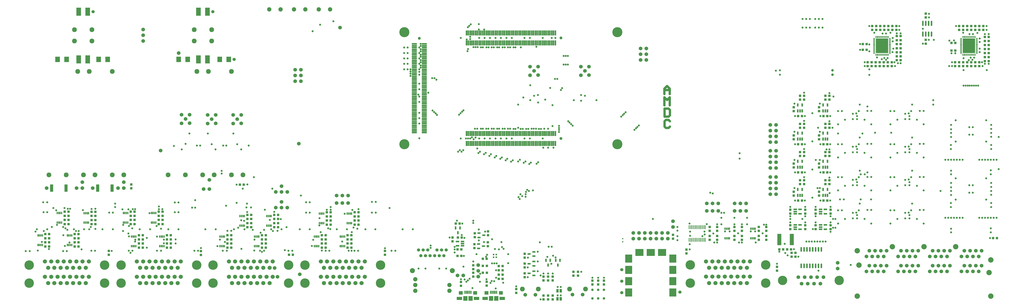
<source format=gts>
G04*
G04 #@! TF.GenerationSoftware,Altium Limited,Altium Designer,18.1.6 (161)*
G04*
G04 Layer_Color=8388736*
%FSLAX25Y25*%
%MOIN*%
G70*
G01*
G75*
%ADD28R,0.03937X0.05906*%
%ADD31R,0.02362X0.01968*%
%ADD36R,0.01200X0.03200*%
%ADD37R,0.03200X0.01200*%
%ADD55C,0.04000*%
%ADD56R,0.04240X0.04240*%
%ADD57R,0.04240X0.04240*%
%ADD58R,0.08000X0.14000*%
%ADD59R,0.08000X0.09500*%
%ADD60R,0.02941X0.05303*%
%ADD61R,0.02153X0.04000*%
%ADD62R,0.21693X0.25787*%
%ADD63R,0.12311X0.14279*%
%ADD64R,0.14279X0.12311*%
%ADD65R,0.08500X0.02500*%
%ADD66R,0.02500X0.08500*%
%ADD67O,0.02862X0.08374*%
%ADD68R,0.02075X0.05815*%
%ADD69R,0.05400X0.13000*%
%ADD70O,0.02862X0.09161*%
%ADD71R,0.06209X0.02665*%
%ADD72R,0.06209X0.02665*%
%ADD73R,0.05618X0.02862*%
%ADD74R,0.06799X0.06012*%
%ADD75R,0.09555X0.05618*%
%ADD76R,0.07587X0.07980*%
%ADD77R,0.02862X0.05618*%
%ADD78R,0.01681X0.06799*%
%ADD79O,0.07390X0.01681*%
%ADD80C,0.07200*%
%ADD81C,0.16500*%
%ADD82C,0.08374*%
%ADD83C,0.07500*%
%ADD84C,0.05500*%
%ADD85C,0.08700*%
%ADD86C,0.06500*%
%ADD87C,0.16248*%
%ADD88C,0.05098*%
%ADD89C,0.03500*%
%ADD90C,0.17500*%
%ADD91C,0.04437*%
%ADD92C,0.09358*%
%ADD93C,0.04500*%
%ADD94C,0.02500*%
%ADD95C,0.03098*%
D28*
X930878Y19390D02*
D03*
Y5610D02*
D03*
X936390Y19390D02*
D03*
Y5610D02*
D03*
X930878D02*
D03*
D31*
X1044000Y104744D02*
D03*
Y110256D02*
D03*
D36*
X1656327Y430103D02*
D03*
X1654358D02*
D03*
X1652390D02*
D03*
X1650421D02*
D03*
X1648453D02*
D03*
X1646484D02*
D03*
X1644516D02*
D03*
X1642547D02*
D03*
X1640579D02*
D03*
X1638610D02*
D03*
X1636642D02*
D03*
X1634673D02*
D03*
Y461203D02*
D03*
X1636642D02*
D03*
X1638610D02*
D03*
X1640579D02*
D03*
X1642547D02*
D03*
X1644516D02*
D03*
X1646484D02*
D03*
X1648453D02*
D03*
X1650421D02*
D03*
X1652390D02*
D03*
X1654358D02*
D03*
X1656327D02*
D03*
X1505327Y430103D02*
D03*
X1503358D02*
D03*
X1501390D02*
D03*
X1499421D02*
D03*
X1497453D02*
D03*
X1495484D02*
D03*
X1493516D02*
D03*
X1491547D02*
D03*
X1489579D02*
D03*
X1487610D02*
D03*
X1485642D02*
D03*
X1483673D02*
D03*
Y461203D02*
D03*
X1485642D02*
D03*
X1487610D02*
D03*
X1489579D02*
D03*
X1491547D02*
D03*
X1493516D02*
D03*
X1495484D02*
D03*
X1497453D02*
D03*
X1499421D02*
D03*
X1501390D02*
D03*
X1503358D02*
D03*
X1505327D02*
D03*
D37*
X1631900Y432858D02*
D03*
Y434827D02*
D03*
Y436795D02*
D03*
Y438764D02*
D03*
Y440732D02*
D03*
Y442701D02*
D03*
Y444669D02*
D03*
Y446638D02*
D03*
Y448606D02*
D03*
Y450575D02*
D03*
Y452543D02*
D03*
Y454512D02*
D03*
Y456480D02*
D03*
Y458449D02*
D03*
X1659100D02*
D03*
Y456480D02*
D03*
Y454512D02*
D03*
Y452543D02*
D03*
Y450575D02*
D03*
Y448606D02*
D03*
Y446638D02*
D03*
Y444669D02*
D03*
Y442701D02*
D03*
Y440732D02*
D03*
Y438764D02*
D03*
Y436795D02*
D03*
Y434827D02*
D03*
Y432858D02*
D03*
X1480900D02*
D03*
Y434827D02*
D03*
Y436795D02*
D03*
Y438764D02*
D03*
Y440732D02*
D03*
Y442701D02*
D03*
Y444669D02*
D03*
Y446638D02*
D03*
Y448606D02*
D03*
Y450575D02*
D03*
Y452543D02*
D03*
Y454512D02*
D03*
Y456480D02*
D03*
Y458449D02*
D03*
X1508100D02*
D03*
Y456480D02*
D03*
Y454512D02*
D03*
Y452543D02*
D03*
Y450575D02*
D03*
Y448606D02*
D03*
Y446638D02*
D03*
Y444669D02*
D03*
Y442701D02*
D03*
Y440732D02*
D03*
Y438764D02*
D03*
Y436795D02*
D03*
Y434827D02*
D03*
Y432858D02*
D03*
D55*
X1116564Y342205D02*
Y356200D01*
X1121229Y351535D01*
X1125894Y356200D01*
Y342205D01*
X1116564Y361871D02*
Y371202D01*
X1121229Y375867D01*
X1125894Y371202D01*
Y361871D01*
Y368869D01*
X1116564D01*
X1116897Y336533D02*
Y322538D01*
X1123895D01*
X1126227Y324870D01*
Y334201D01*
X1123895Y336533D01*
X1116897D01*
X1126227Y314534D02*
X1123895Y316867D01*
X1119230D01*
X1116897Y314534D01*
Y305204D01*
X1119230Y302871D01*
X1123895D01*
X1126227Y305204D01*
D56*
X835347Y55000D02*
D03*
X828654D02*
D03*
X835347Y62500D02*
D03*
X828654D02*
D03*
Y47500D02*
D03*
X835347D02*
D03*
X801153Y75000D02*
D03*
X807847D02*
D03*
X835347Y40000D02*
D03*
X828654D02*
D03*
X757654Y112000D02*
D03*
X764347D02*
D03*
X754153Y136500D02*
D03*
X760847D02*
D03*
X385846Y204000D02*
D03*
X379153D02*
D03*
X464500Y82000D02*
D03*
X471193D02*
D03*
X1687500Y111241D02*
D03*
X1694193D02*
D03*
X801280Y50657D02*
D03*
X807973D02*
D03*
X801280Y62657D02*
D03*
X807973D02*
D03*
X757154Y80000D02*
D03*
X763846D02*
D03*
Y91500D02*
D03*
X757154D02*
D03*
X1348654Y323500D02*
D03*
X1355346D02*
D03*
X1348654Y274500D02*
D03*
X1355346D02*
D03*
X1348654Y225500D02*
D03*
X1355346D02*
D03*
X1348654Y176500D02*
D03*
X1355346D02*
D03*
X1392653Y323500D02*
D03*
X1399347D02*
D03*
X1392653Y274500D02*
D03*
X1399347D02*
D03*
X1392653Y225500D02*
D03*
X1399347D02*
D03*
X1392653Y176500D02*
D03*
X1399347D02*
D03*
X536665Y141623D02*
D03*
X529972D02*
D03*
X398748Y137167D02*
D03*
X392055D02*
D03*
X196235Y142667D02*
D03*
X189542D02*
D03*
X81346D02*
D03*
X74654D02*
D03*
X528014Y101667D02*
D03*
X521321D02*
D03*
X364054D02*
D03*
X357361D02*
D03*
X210347D02*
D03*
X203654D02*
D03*
X47846Y103667D02*
D03*
X41153D02*
D03*
X585100Y141623D02*
D03*
X578407D02*
D03*
X445400Y137167D02*
D03*
X438707D02*
D03*
X244847Y142667D02*
D03*
X238154D02*
D03*
X128024Y142456D02*
D03*
X121331D02*
D03*
X572847Y101667D02*
D03*
X566153D02*
D03*
X424061D02*
D03*
X417369D02*
D03*
X259270D02*
D03*
X252577D02*
D03*
X98847Y103667D02*
D03*
X92154D02*
D03*
X536665Y155956D02*
D03*
X529972D02*
D03*
X398748Y151500D02*
D03*
X392055D02*
D03*
X196235Y157000D02*
D03*
X189542D02*
D03*
X81346D02*
D03*
X74654D02*
D03*
X528014Y116000D02*
D03*
X521321D02*
D03*
X364054D02*
D03*
X357361D02*
D03*
X210347D02*
D03*
X203654D02*
D03*
X47846Y118000D02*
D03*
X41153D02*
D03*
X585100Y155956D02*
D03*
X578407D02*
D03*
X445400Y151500D02*
D03*
X438707D02*
D03*
X244847Y157000D02*
D03*
X238154D02*
D03*
X128024Y156789D02*
D03*
X121331D02*
D03*
X572847Y116000D02*
D03*
X566153D02*
D03*
X424061D02*
D03*
X417369D02*
D03*
X259270D02*
D03*
X252577D02*
D03*
X98847Y118000D02*
D03*
X92154D02*
D03*
X536665Y134456D02*
D03*
X529972D02*
D03*
X398748Y130000D02*
D03*
X392055D02*
D03*
X196235Y135500D02*
D03*
X189542D02*
D03*
X81346D02*
D03*
X74654D02*
D03*
X528014Y94500D02*
D03*
X521321D02*
D03*
X364054D02*
D03*
X357361D02*
D03*
X210347D02*
D03*
X203654D02*
D03*
X47846Y96500D02*
D03*
X41153D02*
D03*
X585100Y134456D02*
D03*
X578407D02*
D03*
X445400Y130000D02*
D03*
X438707D02*
D03*
X244847Y135500D02*
D03*
X238154D02*
D03*
X128024Y135289D02*
D03*
X121331D02*
D03*
X572847Y94500D02*
D03*
X566153D02*
D03*
X424061D02*
D03*
X417369D02*
D03*
X259270D02*
D03*
X252577D02*
D03*
X98847Y96500D02*
D03*
X92154D02*
D03*
X536665Y148789D02*
D03*
X529972D02*
D03*
X398748Y144333D02*
D03*
X392055D02*
D03*
X196235Y149833D02*
D03*
X189542D02*
D03*
X81346D02*
D03*
X74654D02*
D03*
X528014Y108833D02*
D03*
X521321D02*
D03*
X364054D02*
D03*
X357361D02*
D03*
X210347D02*
D03*
X203654D02*
D03*
X47846Y110833D02*
D03*
X41153D02*
D03*
X585100Y148789D02*
D03*
X578407D02*
D03*
X445400Y144333D02*
D03*
X438707D02*
D03*
X244847Y149833D02*
D03*
X238154D02*
D03*
X128024Y149623D02*
D03*
X121331D02*
D03*
X572847Y108833D02*
D03*
X566153D02*
D03*
X424061D02*
D03*
X417369D02*
D03*
X259270D02*
D03*
X252577D02*
D03*
X98847Y110833D02*
D03*
X92154D02*
D03*
X1316075Y91524D02*
D03*
X1322768D02*
D03*
X1336347D02*
D03*
X1329653D02*
D03*
X1679847Y440204D02*
D03*
X1673153D02*
D03*
X1679847Y419204D02*
D03*
X1673153D02*
D03*
X1679847Y426203D02*
D03*
X1673153D02*
D03*
X1679847Y447203D02*
D03*
X1673153D02*
D03*
X1615154Y437580D02*
D03*
X1621847D02*
D03*
X1679847Y454204D02*
D03*
X1673153D02*
D03*
X1679847Y461203D02*
D03*
X1673153D02*
D03*
X1679847Y433204D02*
D03*
X1673153D02*
D03*
X1615154Y450654D02*
D03*
X1621847D02*
D03*
X1526847Y441500D02*
D03*
X1520154D02*
D03*
X1526847Y448654D02*
D03*
X1520154D02*
D03*
X1526847Y434500D02*
D03*
X1520154D02*
D03*
X1461154Y438654D02*
D03*
X1467846D02*
D03*
X1526847Y455500D02*
D03*
X1520154D02*
D03*
X1526847Y420653D02*
D03*
X1520154D02*
D03*
X1461154Y448654D02*
D03*
X1467846D02*
D03*
X1526847Y462653D02*
D03*
X1520154D02*
D03*
X1526847Y427579D02*
D03*
X1520154D02*
D03*
D57*
X906500Y4413D02*
D03*
Y11106D02*
D03*
X914500Y4413D02*
D03*
Y11106D02*
D03*
X922500Y4413D02*
D03*
Y11106D02*
D03*
X807626Y28311D02*
D03*
Y35004D02*
D03*
X809875Y97154D02*
D03*
Y103847D02*
D03*
X786500Y93654D02*
D03*
Y100347D02*
D03*
X810000Y116154D02*
D03*
Y122846D02*
D03*
X787000Y112654D02*
D03*
Y119346D02*
D03*
X763000Y27957D02*
D03*
Y34650D02*
D03*
X784500Y50846D02*
D03*
Y44153D02*
D03*
Y57153D02*
D03*
Y63846D02*
D03*
X1352000Y358846D02*
D03*
Y352153D02*
D03*
Y309846D02*
D03*
Y303153D02*
D03*
Y260846D02*
D03*
Y254153D02*
D03*
Y211846D02*
D03*
Y205153D02*
D03*
X1359000Y352153D02*
D03*
Y358846D02*
D03*
Y303153D02*
D03*
Y309846D02*
D03*
Y254153D02*
D03*
Y260846D02*
D03*
Y205153D02*
D03*
Y211846D02*
D03*
X1403000Y358846D02*
D03*
Y352153D02*
D03*
Y309846D02*
D03*
Y303153D02*
D03*
Y260846D02*
D03*
Y254153D02*
D03*
Y211846D02*
D03*
Y205153D02*
D03*
X1396000Y352153D02*
D03*
Y358846D02*
D03*
Y303153D02*
D03*
Y309846D02*
D03*
Y254153D02*
D03*
Y260846D02*
D03*
Y205153D02*
D03*
Y211846D02*
D03*
X190571Y204346D02*
D03*
Y197653D02*
D03*
X1131500Y116772D02*
D03*
Y110079D02*
D03*
X631000Y88928D02*
D03*
Y82235D02*
D03*
X311503Y88346D02*
D03*
Y81653D02*
D03*
X151476Y88859D02*
D03*
Y82166D02*
D03*
X1154737Y84592D02*
D03*
Y91285D02*
D03*
X748370Y112024D02*
D03*
Y105331D02*
D03*
X1312087Y54559D02*
D03*
Y61252D02*
D03*
X991500Y37106D02*
D03*
Y30413D02*
D03*
X1001500Y37106D02*
D03*
Y30413D02*
D03*
X1011500Y37106D02*
D03*
Y30413D02*
D03*
X958500Y52606D02*
D03*
Y45913D02*
D03*
X873634Y49847D02*
D03*
Y43154D02*
D03*
Y66847D02*
D03*
Y60154D02*
D03*
Y83846D02*
D03*
Y77153D02*
D03*
X906500Y37413D02*
D03*
Y44106D02*
D03*
X914500Y37413D02*
D03*
Y44106D02*
D03*
X922500Y37413D02*
D03*
Y44106D02*
D03*
X1570500Y449500D02*
D03*
Y456193D02*
D03*
Y501847D02*
D03*
Y495154D02*
D03*
X1341000Y332154D02*
D03*
Y338846D02*
D03*
Y283154D02*
D03*
Y289846D02*
D03*
Y234154D02*
D03*
Y240846D02*
D03*
Y185153D02*
D03*
Y191847D02*
D03*
X1385000Y338846D02*
D03*
Y332154D02*
D03*
Y289846D02*
D03*
Y283154D02*
D03*
Y240846D02*
D03*
Y234154D02*
D03*
Y191847D02*
D03*
Y185153D02*
D03*
X1405000Y153894D02*
D03*
Y160587D02*
D03*
X1361000Y153894D02*
D03*
Y160587D02*
D03*
X1405000Y126894D02*
D03*
Y133587D02*
D03*
X1361000Y126894D02*
D03*
Y133587D02*
D03*
X1379000Y153894D02*
D03*
Y160587D02*
D03*
X1335000Y153894D02*
D03*
Y160587D02*
D03*
X1379000Y126894D02*
D03*
Y133587D02*
D03*
X1335000Y126894D02*
D03*
Y133587D02*
D03*
X1293500Y123653D02*
D03*
Y130347D02*
D03*
Y114847D02*
D03*
Y108153D02*
D03*
X1280500Y123653D02*
D03*
Y130347D02*
D03*
X1280559Y114847D02*
D03*
Y108153D02*
D03*
X1238000Y123653D02*
D03*
Y130347D02*
D03*
Y114847D02*
D03*
Y108153D02*
D03*
X1251000Y123653D02*
D03*
Y130347D02*
D03*
Y114847D02*
D03*
Y108153D02*
D03*
X1195000Y123653D02*
D03*
Y130347D02*
D03*
X1208000Y114847D02*
D03*
Y108153D02*
D03*
Y123653D02*
D03*
Y130347D02*
D03*
X1195000Y114847D02*
D03*
Y108153D02*
D03*
X1337500Y78820D02*
D03*
Y85512D02*
D03*
X1344000Y78820D02*
D03*
Y85512D02*
D03*
X966500Y45913D02*
D03*
Y52606D02*
D03*
X859000Y15653D02*
D03*
Y22346D02*
D03*
X1656500Y410307D02*
D03*
Y417000D02*
D03*
X1663500Y410307D02*
D03*
Y417000D02*
D03*
X1642500Y410307D02*
D03*
Y417000D02*
D03*
X1649500Y410307D02*
D03*
Y417000D02*
D03*
X1628500Y480000D02*
D03*
Y473307D02*
D03*
Y410307D02*
D03*
Y417000D02*
D03*
X1621500Y410307D02*
D03*
Y417000D02*
D03*
X1635500Y480000D02*
D03*
Y473307D02*
D03*
X1642500Y480000D02*
D03*
Y473307D02*
D03*
X1635500Y410307D02*
D03*
Y417000D02*
D03*
X1663500Y480000D02*
D03*
Y473307D02*
D03*
X1670500Y480000D02*
D03*
Y473307D02*
D03*
X1656500Y480000D02*
D03*
Y473307D02*
D03*
X1649500Y480000D02*
D03*
Y473307D02*
D03*
X1477500Y480000D02*
D03*
Y473307D02*
D03*
X1483500Y410307D02*
D03*
Y417000D02*
D03*
X1504500Y410307D02*
D03*
Y417000D02*
D03*
X1511500Y410307D02*
D03*
Y417000D02*
D03*
X1490500Y410307D02*
D03*
Y417000D02*
D03*
X1497500Y410307D02*
D03*
Y417000D02*
D03*
X1469500Y410307D02*
D03*
Y417000D02*
D03*
X1476500Y410307D02*
D03*
Y417000D02*
D03*
X1498500Y480000D02*
D03*
Y473307D02*
D03*
X1505500Y480000D02*
D03*
Y473307D02*
D03*
X1519500Y480000D02*
D03*
Y473307D02*
D03*
X1512500Y480000D02*
D03*
Y473307D02*
D03*
X1484500Y480000D02*
D03*
Y473307D02*
D03*
X1491500Y480000D02*
D03*
Y473307D02*
D03*
D58*
X322665Y421999D02*
D03*
X307169D02*
D03*
X322665Y504999D02*
D03*
X307169D02*
D03*
X114665Y421999D02*
D03*
X99169D02*
D03*
X114665Y504999D02*
D03*
X99169D02*
D03*
D59*
X288319Y421999D02*
D03*
X272823D02*
D03*
X344169D02*
D03*
X359665D02*
D03*
X78067D02*
D03*
X62571D02*
D03*
X133823D02*
D03*
X149319D02*
D03*
D60*
X1355740Y332343D02*
D03*
X1352000D02*
D03*
X1348260D02*
D03*
Y342657D02*
D03*
X1355740D02*
D03*
X1355740Y283343D02*
D03*
X1352000D02*
D03*
X1348260D02*
D03*
Y293657D02*
D03*
X1355740D02*
D03*
X1355740Y234343D02*
D03*
X1352000D02*
D03*
X1348260D02*
D03*
Y244657D02*
D03*
X1355740D02*
D03*
X1355740Y185343D02*
D03*
X1352000D02*
D03*
X1348260D02*
D03*
Y195658D02*
D03*
X1355740D02*
D03*
X1399740Y332343D02*
D03*
X1396000D02*
D03*
X1392260D02*
D03*
Y342657D02*
D03*
X1399740D02*
D03*
X1399740Y283343D02*
D03*
X1396000D02*
D03*
X1392260D02*
D03*
Y293657D02*
D03*
X1399740D02*
D03*
X1399740Y234343D02*
D03*
X1396000D02*
D03*
X1392260D02*
D03*
Y244657D02*
D03*
X1399740D02*
D03*
X1399740Y185343D02*
D03*
X1396000D02*
D03*
X1392260D02*
D03*
Y195658D02*
D03*
X1399740D02*
D03*
D61*
X524818Y153743D02*
D03*
Y137167D02*
D03*
X522259D02*
D03*
X519700D02*
D03*
X517141D02*
D03*
X522259Y153743D02*
D03*
X519700D02*
D03*
X517141D02*
D03*
X386902Y149287D02*
D03*
Y132711D02*
D03*
X384343D02*
D03*
X381783D02*
D03*
X379224D02*
D03*
X384343Y149287D02*
D03*
X381783D02*
D03*
X379224D02*
D03*
X184388Y154787D02*
D03*
Y138211D02*
D03*
X181829D02*
D03*
X179270D02*
D03*
X176711D02*
D03*
X181829Y154787D02*
D03*
X179270D02*
D03*
X176711D02*
D03*
X69500D02*
D03*
Y138211D02*
D03*
X66941D02*
D03*
X64382D02*
D03*
X61823D02*
D03*
X66941Y154787D02*
D03*
X64382D02*
D03*
X61823D02*
D03*
X516168Y113787D02*
D03*
Y97211D02*
D03*
X513609D02*
D03*
X511050D02*
D03*
X508491D02*
D03*
X513609Y113787D02*
D03*
X511050D02*
D03*
X508491D02*
D03*
X352207D02*
D03*
Y97211D02*
D03*
X349648D02*
D03*
X347089D02*
D03*
X344530D02*
D03*
X349648Y113787D02*
D03*
X347089D02*
D03*
X344530D02*
D03*
X198500D02*
D03*
Y97211D02*
D03*
X195941D02*
D03*
X193382D02*
D03*
X190823D02*
D03*
X195941Y113787D02*
D03*
X193382D02*
D03*
X190823D02*
D03*
X36000Y115787D02*
D03*
Y99211D02*
D03*
X33441D02*
D03*
X30882D02*
D03*
X28323D02*
D03*
X33441Y115787D02*
D03*
X30882D02*
D03*
X28323D02*
D03*
X573253Y153743D02*
D03*
Y137167D02*
D03*
X570694D02*
D03*
X568135D02*
D03*
X565576D02*
D03*
X570694Y153743D02*
D03*
X568135D02*
D03*
X565576D02*
D03*
X433554Y149287D02*
D03*
Y132711D02*
D03*
X430995D02*
D03*
X428435D02*
D03*
X425876D02*
D03*
X430995Y149287D02*
D03*
X428435D02*
D03*
X425876D02*
D03*
X233000Y154787D02*
D03*
Y138211D02*
D03*
X230441D02*
D03*
X227882D02*
D03*
X225323D02*
D03*
X230441Y154787D02*
D03*
X227882D02*
D03*
X225323D02*
D03*
X116177Y154577D02*
D03*
Y138000D02*
D03*
X113618D02*
D03*
X111059D02*
D03*
X108500D02*
D03*
X113618Y154577D02*
D03*
X111059D02*
D03*
X108500D02*
D03*
X561000Y113787D02*
D03*
Y97211D02*
D03*
X558441D02*
D03*
X555882D02*
D03*
X553323D02*
D03*
X558441Y113787D02*
D03*
X555882D02*
D03*
X553323D02*
D03*
X412215D02*
D03*
Y97211D02*
D03*
X409656D02*
D03*
X407097D02*
D03*
X404538D02*
D03*
X409656Y113787D02*
D03*
X407097D02*
D03*
X404538D02*
D03*
X247424D02*
D03*
Y97211D02*
D03*
X244865D02*
D03*
X242305D02*
D03*
X239746D02*
D03*
X244865Y113787D02*
D03*
X242305D02*
D03*
X239746D02*
D03*
X87000Y115787D02*
D03*
Y99211D02*
D03*
X84441D02*
D03*
X81882D02*
D03*
X79323D02*
D03*
X84441Y115787D02*
D03*
X81882D02*
D03*
X79323D02*
D03*
X1274177Y127288D02*
D03*
Y110712D02*
D03*
X1271618D02*
D03*
X1269059D02*
D03*
X1266500D02*
D03*
X1271618Y127288D02*
D03*
X1269059D02*
D03*
X1266500D02*
D03*
X1229598D02*
D03*
Y110712D02*
D03*
X1227039D02*
D03*
X1224480D02*
D03*
X1221921D02*
D03*
X1227039Y127288D02*
D03*
X1224480D02*
D03*
X1221921D02*
D03*
D62*
X1645500Y445653D02*
D03*
X1494500D02*
D03*
D63*
X1131272Y36000D02*
D03*
Y55685D02*
D03*
Y16315D02*
D03*
Y75370D02*
D03*
X1054500D02*
D03*
Y16315D02*
D03*
Y55685D02*
D03*
Y36000D02*
D03*
D64*
X1092886Y86197D02*
D03*
X1073201D02*
D03*
X1112571D02*
D03*
D65*
X699492Y310371D02*
D03*
Y304072D02*
D03*
Y294623D02*
D03*
X682169Y310371D02*
D03*
Y304072D02*
D03*
Y294623D02*
D03*
X699492Y345017D02*
D03*
Y335568D02*
D03*
Y319820D02*
D03*
X682169Y345017D02*
D03*
Y335568D02*
D03*
Y319820D02*
D03*
X699492Y367064D02*
D03*
Y360765D02*
D03*
Y351316D02*
D03*
X682169Y376513D02*
D03*
Y367064D02*
D03*
Y360765D02*
D03*
Y351316D02*
D03*
X699492Y408009D02*
D03*
Y398560D02*
D03*
Y392261D02*
D03*
Y382812D02*
D03*
X682169Y408009D02*
D03*
Y398560D02*
D03*
Y392261D02*
D03*
Y382812D02*
D03*
X699492Y439505D02*
D03*
Y423757D02*
D03*
Y414308D02*
D03*
X682169Y439505D02*
D03*
Y423757D02*
D03*
Y414308D02*
D03*
X699492Y448954D02*
D03*
X682169Y448954D02*
D03*
X699492Y300922D02*
D03*
Y297773D02*
D03*
X682169Y300922D02*
D03*
Y297773D02*
D03*
X699492Y307222D02*
D03*
X682169Y307222D02*
D03*
X699492Y316670D02*
D03*
Y313521D02*
D03*
X682169Y316670D02*
D03*
Y313521D02*
D03*
X699492Y326119D02*
D03*
Y322970D02*
D03*
X682169Y326119D02*
D03*
Y322970D02*
D03*
X699492Y332418D02*
D03*
Y329269D02*
D03*
X682169Y332418D02*
D03*
Y329269D02*
D03*
X699492Y341867D02*
D03*
Y338718D02*
D03*
X682169Y341867D02*
D03*
Y338718D02*
D03*
X699492Y348166D02*
D03*
X682169Y348166D02*
D03*
X699492Y357615D02*
D03*
Y354466D02*
D03*
X682169Y357615D02*
D03*
Y354466D02*
D03*
X699492Y363914D02*
D03*
X682169Y363915D02*
D03*
X699492Y370214D02*
D03*
X682169Y373363D02*
D03*
Y370214D02*
D03*
X699492Y379662D02*
D03*
X682169Y379663D02*
D03*
X699492Y389111D02*
D03*
Y385962D02*
D03*
X682169Y389111D02*
D03*
Y385962D02*
D03*
X699492Y395410D02*
D03*
X682169Y395411D02*
D03*
X699492Y404859D02*
D03*
Y401710D02*
D03*
X682169Y404859D02*
D03*
Y401710D02*
D03*
X699492Y411158D02*
D03*
X682169Y411159D02*
D03*
X699492Y420607D02*
D03*
Y417458D02*
D03*
X682169Y420608D02*
D03*
Y417458D02*
D03*
X699492Y430056D02*
D03*
Y426906D02*
D03*
X682169Y430056D02*
D03*
Y426907D02*
D03*
X699492Y436355D02*
D03*
Y433206D02*
D03*
X682169Y436355D02*
D03*
Y433206D02*
D03*
X699492Y445804D02*
D03*
Y442654D02*
D03*
X682169Y445804D02*
D03*
Y442655D02*
D03*
X699492Y376513D02*
D03*
Y373363D02*
D03*
D66*
X920697Y468000D02*
D03*
X923847D02*
D03*
X920697Y450677D02*
D03*
X923846D02*
D03*
X911248Y468000D02*
D03*
X914398D02*
D03*
X911248Y450677D02*
D03*
X914397D02*
D03*
X904949Y468000D02*
D03*
X908098D02*
D03*
X904949Y450677D02*
D03*
X908098D02*
D03*
X895500Y468000D02*
D03*
X898650D02*
D03*
X895500Y450677D02*
D03*
X898649D02*
D03*
X889201Y468000D02*
D03*
X889200Y450677D02*
D03*
X879752Y468000D02*
D03*
X882902D02*
D03*
X879752Y450677D02*
D03*
X882901D02*
D03*
X873453Y468000D02*
D03*
X873452Y450677D02*
D03*
X864004Y468000D02*
D03*
X867153D02*
D03*
X864004Y450677D02*
D03*
X867153D02*
D03*
X857705Y468000D02*
D03*
X857705Y450677D02*
D03*
X848256Y468000D02*
D03*
X851406D02*
D03*
X848256Y450677D02*
D03*
X851405D02*
D03*
X841957Y468000D02*
D03*
X841957Y450677D02*
D03*
X832508Y468000D02*
D03*
X835658D02*
D03*
X832508Y450677D02*
D03*
X835657D02*
D03*
X826209Y468000D02*
D03*
X826208Y450677D02*
D03*
X816760Y468000D02*
D03*
X819909D02*
D03*
X816760Y450677D02*
D03*
X819909D02*
D03*
X807311Y468000D02*
D03*
X810461D02*
D03*
X807311Y450677D02*
D03*
X810460D02*
D03*
X801012Y468000D02*
D03*
X804161D02*
D03*
X801012Y450677D02*
D03*
X804161D02*
D03*
X791563Y468000D02*
D03*
X794713D02*
D03*
X791563Y450677D02*
D03*
X794713D02*
D03*
X785264Y468000D02*
D03*
X785264Y450677D02*
D03*
X775815Y468000D02*
D03*
X778965D02*
D03*
X775815Y450677D02*
D03*
X778965D02*
D03*
X926996Y468000D02*
D03*
X926996Y450677D02*
D03*
X892350Y468000D02*
D03*
X901799D02*
D03*
X917547D02*
D03*
X892350Y450677D02*
D03*
X901799D02*
D03*
X917547D02*
D03*
X860854Y468000D02*
D03*
X870303D02*
D03*
X876602D02*
D03*
X886051D02*
D03*
X860854Y450677D02*
D03*
X870303D02*
D03*
X876602D02*
D03*
X886051D02*
D03*
X829358Y468000D02*
D03*
X838807D02*
D03*
X845106D02*
D03*
X854555D02*
D03*
X829358Y450677D02*
D03*
X838807D02*
D03*
X845106D02*
D03*
X854555D02*
D03*
X797862Y468000D02*
D03*
X813610D02*
D03*
X823059D02*
D03*
X797862Y450677D02*
D03*
X813610D02*
D03*
X823059D02*
D03*
X772665Y468000D02*
D03*
X782114D02*
D03*
X788413D02*
D03*
X772665Y450677D02*
D03*
X782114D02*
D03*
X788413D02*
D03*
Y275677D02*
D03*
X782114D02*
D03*
X772665D02*
D03*
X788413Y293000D02*
D03*
X782114D02*
D03*
X772665D02*
D03*
X823059Y275677D02*
D03*
X813610D02*
D03*
X797862D02*
D03*
X823059Y293000D02*
D03*
X813610D02*
D03*
X797862D02*
D03*
X854555Y275677D02*
D03*
X845106D02*
D03*
X838807D02*
D03*
X829358D02*
D03*
X854555Y293000D02*
D03*
X845106D02*
D03*
X838807D02*
D03*
X829358D02*
D03*
X886051Y275677D02*
D03*
X876602D02*
D03*
X870303D02*
D03*
X860854D02*
D03*
X886051Y293000D02*
D03*
X876602D02*
D03*
X870303D02*
D03*
X860854D02*
D03*
X917547Y275677D02*
D03*
X901799D02*
D03*
X892350D02*
D03*
X917547Y293000D02*
D03*
X901799D02*
D03*
X892350D02*
D03*
X926996Y275677D02*
D03*
X926996Y293000D02*
D03*
X778965Y275677D02*
D03*
X775815D02*
D03*
X778965Y293000D02*
D03*
X775815D02*
D03*
X785264Y275677D02*
D03*
X785264Y293000D02*
D03*
X794713Y275677D02*
D03*
X791563D02*
D03*
X794713Y293000D02*
D03*
X791563D02*
D03*
X804161Y275677D02*
D03*
X801012D02*
D03*
X804161Y293000D02*
D03*
X801012D02*
D03*
X810460Y275677D02*
D03*
X807311D02*
D03*
X810461Y293000D02*
D03*
X807311D02*
D03*
X819909Y275677D02*
D03*
X816760D02*
D03*
X819909Y293000D02*
D03*
X816760D02*
D03*
X826208Y275677D02*
D03*
X826209Y293000D02*
D03*
X835657Y275677D02*
D03*
X832508D02*
D03*
X835658Y293000D02*
D03*
X832508D02*
D03*
X841957Y275677D02*
D03*
X841957Y293000D02*
D03*
X851405Y275677D02*
D03*
X848256D02*
D03*
X851406Y293000D02*
D03*
X848256D02*
D03*
X857705Y275677D02*
D03*
X857705Y293000D02*
D03*
X867153Y275677D02*
D03*
X864004D02*
D03*
X867153Y293000D02*
D03*
X864004D02*
D03*
X873452Y275677D02*
D03*
X873453Y293000D02*
D03*
X882901Y275677D02*
D03*
X879752D02*
D03*
X882902Y293000D02*
D03*
X879752D02*
D03*
X889200Y275677D02*
D03*
X889201Y293000D02*
D03*
X898649Y275677D02*
D03*
X895500D02*
D03*
X898650Y293000D02*
D03*
X895500D02*
D03*
X908098Y275677D02*
D03*
X904949D02*
D03*
X908098Y293000D02*
D03*
X904949D02*
D03*
X914397Y275677D02*
D03*
X911248D02*
D03*
X914398Y293000D02*
D03*
X911248D02*
D03*
X923846Y275677D02*
D03*
X920697D02*
D03*
X923847Y293000D02*
D03*
X920697D02*
D03*
D67*
X1389000Y91298D02*
D03*
X1384000D02*
D03*
X1379000D02*
D03*
X1374000D02*
D03*
X1369000D02*
D03*
X1364000D02*
D03*
X1359000D02*
D03*
X1354000D02*
D03*
X1389000Y62952D02*
D03*
X1384000D02*
D03*
X1379000D02*
D03*
X1374000D02*
D03*
X1369000D02*
D03*
X1364000D02*
D03*
X1359000D02*
D03*
X1354000D02*
D03*
D68*
X817413Y16740D02*
D03*
X819972D02*
D03*
X825091D02*
D03*
X814854D02*
D03*
X822532D02*
D03*
X780354D02*
D03*
X770118D02*
D03*
X772677D02*
D03*
X777795D02*
D03*
X775236D02*
D03*
D69*
X132020Y197999D02*
D03*
X157122D02*
D03*
X52020Y198000D02*
D03*
X77122D02*
D03*
D70*
X1580525Y484949D02*
D03*
X1575525D02*
D03*
X1570525D02*
D03*
X1565525D02*
D03*
X1580525Y466051D02*
D03*
X1575525D02*
D03*
X1570525D02*
D03*
X1565525D02*
D03*
D71*
X1387768Y160980D02*
D03*
X1343768D02*
D03*
X1387768Y133980D02*
D03*
X1343768D02*
D03*
X765732Y97760D02*
D03*
D72*
X1387768Y157240D02*
D03*
Y153500D02*
D03*
X1396232D02*
D03*
Y160980D02*
D03*
X1343768Y157240D02*
D03*
Y153500D02*
D03*
X1352232D02*
D03*
Y160980D02*
D03*
X1387768Y130240D02*
D03*
Y126500D02*
D03*
X1396232D02*
D03*
Y133980D02*
D03*
X1343768Y130240D02*
D03*
Y126500D02*
D03*
X1352232D02*
D03*
Y133980D02*
D03*
X765732Y101500D02*
D03*
Y105240D02*
D03*
X757268D02*
D03*
Y97760D02*
D03*
D73*
X802134Y97000D02*
D03*
X793866Y93260D02*
D03*
Y100740D02*
D03*
X802634Y116000D02*
D03*
X794366Y112260D02*
D03*
Y119740D02*
D03*
X889634Y46020D02*
D03*
Y53500D02*
D03*
X881366Y49760D02*
D03*
X889634Y62861D02*
D03*
Y70341D02*
D03*
X881366Y66601D02*
D03*
X889768Y79760D02*
D03*
Y87240D02*
D03*
X881500Y83500D02*
D03*
D74*
X807374Y15854D02*
D03*
X832571D02*
D03*
X762638D02*
D03*
X787835D02*
D03*
D75*
X805209Y6209D02*
D03*
X834736D02*
D03*
X760472D02*
D03*
X790000D02*
D03*
D76*
X815445D02*
D03*
X824500D02*
D03*
X770709D02*
D03*
X779764D02*
D03*
D77*
X757654Y120366D02*
D03*
X753913Y128634D02*
D03*
X761394D02*
D03*
X918114Y72500D02*
D03*
X910634D02*
D03*
X914374Y64232D02*
D03*
X935114Y72500D02*
D03*
X927634D02*
D03*
X931374Y64232D02*
D03*
D78*
X1159425Y107976D02*
D03*
X1161984D02*
D03*
X1164543D02*
D03*
X1167102D02*
D03*
X1169661D02*
D03*
X1172221D02*
D03*
X1174780D02*
D03*
X1177339D02*
D03*
X1179898D02*
D03*
X1182457D02*
D03*
X1185016D02*
D03*
X1187575D02*
D03*
X1159425Y130024D02*
D03*
X1161984D02*
D03*
X1164543D02*
D03*
X1167102D02*
D03*
X1169661D02*
D03*
X1172221D02*
D03*
X1174780D02*
D03*
X1177339D02*
D03*
X1179898D02*
D03*
X1182457D02*
D03*
X1185016D02*
D03*
X1187575D02*
D03*
D79*
X1316075Y117382D02*
D03*
Y115413D02*
D03*
Y113445D02*
D03*
Y111476D02*
D03*
Y109508D02*
D03*
Y107539D02*
D03*
Y105571D02*
D03*
Y103602D02*
D03*
Y101634D02*
D03*
Y99665D02*
D03*
X1337925Y117382D02*
D03*
Y115413D02*
D03*
Y113445D02*
D03*
Y111476D02*
D03*
Y109508D02*
D03*
Y107539D02*
D03*
Y105571D02*
D03*
Y103602D02*
D03*
Y101634D02*
D03*
Y99665D02*
D03*
D80*
X519700Y43900D02*
D03*
X530600D02*
D03*
X552400D02*
D03*
X541500D02*
D03*
X585100D02*
D03*
X596000D02*
D03*
X574200D02*
D03*
X563300D02*
D03*
X525150Y32700D02*
D03*
X536050D02*
D03*
X557850D02*
D03*
X546950D02*
D03*
X590550D02*
D03*
X579650D02*
D03*
X568750D02*
D03*
X546950Y59300D02*
D03*
X536050D02*
D03*
X525150D02*
D03*
X568750D02*
D03*
X557850D02*
D03*
X579650D02*
D03*
X590550D02*
D03*
X563300Y70500D02*
D03*
X574200D02*
D03*
X596000D02*
D03*
X585100D02*
D03*
X541500D02*
D03*
X552400D02*
D03*
X530600D02*
D03*
X519700D02*
D03*
X359967Y43900D02*
D03*
X370867D02*
D03*
X392667D02*
D03*
X381767D02*
D03*
X425367D02*
D03*
X436267D02*
D03*
X414467D02*
D03*
X403567D02*
D03*
X365417Y32700D02*
D03*
X376317D02*
D03*
X398117D02*
D03*
X387217D02*
D03*
X430817D02*
D03*
X419917D02*
D03*
X409017D02*
D03*
X387217Y59300D02*
D03*
X376317D02*
D03*
X365417D02*
D03*
X409017D02*
D03*
X398117D02*
D03*
X419917D02*
D03*
X430817D02*
D03*
X403567Y70500D02*
D03*
X414467D02*
D03*
X436267D02*
D03*
X425367D02*
D03*
X381767D02*
D03*
X392667D02*
D03*
X370867D02*
D03*
X359967D02*
D03*
X200233Y43900D02*
D03*
X211133D02*
D03*
X232933D02*
D03*
X222033D02*
D03*
X265633D02*
D03*
X276533D02*
D03*
X254733D02*
D03*
X243833D02*
D03*
X205683Y32700D02*
D03*
X216583D02*
D03*
X238383D02*
D03*
X227483D02*
D03*
X271083D02*
D03*
X260183D02*
D03*
X249283D02*
D03*
X227483Y59300D02*
D03*
X216583D02*
D03*
X205683D02*
D03*
X249283D02*
D03*
X238383D02*
D03*
X260183D02*
D03*
X271083D02*
D03*
X243833Y70500D02*
D03*
X254733D02*
D03*
X276533D02*
D03*
X265633D02*
D03*
X222033D02*
D03*
X232933D02*
D03*
X211133D02*
D03*
X200233D02*
D03*
X40500Y43900D02*
D03*
X51400D02*
D03*
X73200D02*
D03*
X62300D02*
D03*
X105900D02*
D03*
X116800D02*
D03*
X95000D02*
D03*
X84100D02*
D03*
X45950Y32700D02*
D03*
X56850D02*
D03*
X78650D02*
D03*
X67750D02*
D03*
X111350D02*
D03*
X100450D02*
D03*
X89550D02*
D03*
X67750Y59300D02*
D03*
X56850D02*
D03*
X45950D02*
D03*
X89550D02*
D03*
X78650D02*
D03*
X100450D02*
D03*
X111350D02*
D03*
X84100Y70500D02*
D03*
X95000D02*
D03*
X116800D02*
D03*
X105900D02*
D03*
X62300D02*
D03*
X73200D02*
D03*
X51400D02*
D03*
X40500D02*
D03*
X1188800Y44000D02*
D03*
X1199700D02*
D03*
X1221500D02*
D03*
X1210600D02*
D03*
X1254200D02*
D03*
X1265100D02*
D03*
X1243300D02*
D03*
X1232400D02*
D03*
X1194250Y32800D02*
D03*
X1205150D02*
D03*
X1226950D02*
D03*
X1216050D02*
D03*
X1259650D02*
D03*
X1248750D02*
D03*
X1237850D02*
D03*
X1216050Y59400D02*
D03*
X1205150D02*
D03*
X1194250D02*
D03*
X1237850D02*
D03*
X1226950D02*
D03*
X1248750D02*
D03*
X1259650D02*
D03*
X1232400Y70600D02*
D03*
X1243300D02*
D03*
X1265100D02*
D03*
X1254200D02*
D03*
X1210600D02*
D03*
X1221500D02*
D03*
X1199700D02*
D03*
X1188800D02*
D03*
D81*
X492250Y32700D02*
D03*
Y64200D02*
D03*
X623450D02*
D03*
Y32700D02*
D03*
X332517D02*
D03*
Y64200D02*
D03*
X463717D02*
D03*
Y32700D02*
D03*
X172783D02*
D03*
Y64200D02*
D03*
X303983D02*
D03*
Y32700D02*
D03*
X13050D02*
D03*
Y64200D02*
D03*
X144250D02*
D03*
Y32700D02*
D03*
X1161350Y32800D02*
D03*
Y64300D02*
D03*
X1292550D02*
D03*
Y32800D02*
D03*
D82*
X299760Y473842D02*
D03*
X330075D02*
D03*
X299760Y454157D02*
D03*
X330075D02*
D03*
X91760Y473842D02*
D03*
X122075D02*
D03*
X91760Y454157D02*
D03*
X122075D02*
D03*
X304500Y400999D02*
D03*
X324500D02*
D03*
X364500D02*
D03*
Y220999D02*
D03*
X384500D02*
D03*
X334500D02*
D03*
X314500D02*
D03*
X284500D02*
D03*
X254500D02*
D03*
X97571Y400999D02*
D03*
X117571D02*
D03*
X157571D02*
D03*
Y220999D02*
D03*
X177571D02*
D03*
X127571D02*
D03*
X107571D02*
D03*
X77571D02*
D03*
X47571D02*
D03*
X897433Y22303D02*
D03*
X869835D02*
D03*
X979441Y22563D02*
D03*
X951842D02*
D03*
D83*
X683900Y39303D02*
D03*
Y29303D02*
D03*
Y19303D02*
D03*
X743100Y29303D02*
D03*
Y19303D02*
D03*
X516000Y509000D02*
D03*
X535685D02*
D03*
X430158D02*
D03*
X449843D02*
D03*
X492842D02*
D03*
X473158D02*
D03*
D84*
X733500Y80303D02*
D03*
X725508D02*
D03*
X717508D02*
D03*
X693508D02*
D03*
X701508D02*
D03*
X709500D02*
D03*
X729500Y90303D02*
D03*
X721500D02*
D03*
X737500D02*
D03*
X705500D02*
D03*
X697500D02*
D03*
X689500D02*
D03*
X1042500Y56000D02*
D03*
X1143500Y17000D02*
D03*
X1042500Y36000D02*
D03*
Y16000D02*
D03*
X369000Y422000D02*
D03*
X331999Y504999D02*
D03*
X124000Y505000D02*
D03*
D85*
X748100Y54303D02*
D03*
X678900D02*
D03*
D86*
X1365547Y31909D02*
D03*
X1354642D02*
D03*
X1376453D02*
D03*
X1387358D02*
D03*
X1392811Y43091D02*
D03*
X1381905D02*
D03*
X1371000D02*
D03*
X1349189D02*
D03*
X1360095D02*
D03*
X1085000Y441000D02*
D03*
Y431000D02*
D03*
Y421000D02*
D03*
X1075000D02*
D03*
Y431000D02*
D03*
Y441000D02*
D03*
X461500Y191499D02*
D03*
X451500D02*
D03*
X441500D02*
D03*
X451500Y201499D02*
D03*
X1310500Y187500D02*
D03*
Y197500D02*
D03*
Y207500D02*
D03*
Y217500D02*
D03*
X1300500D02*
D03*
Y207500D02*
D03*
Y197500D02*
D03*
Y187500D02*
D03*
X1492516Y63059D02*
D03*
X1482516D02*
D03*
X1472516D02*
D03*
X1502516D02*
D03*
X1467516Y53059D02*
D03*
X1477516D02*
D03*
X1487516D02*
D03*
X1497516D02*
D03*
Y79043D02*
D03*
X1487516D02*
D03*
X1477516D02*
D03*
X1467516D02*
D03*
X1502516Y89043D02*
D03*
X1472516D02*
D03*
X1482516D02*
D03*
X1492516D02*
D03*
X1547516Y63059D02*
D03*
X1537516D02*
D03*
X1527516D02*
D03*
X1557516D02*
D03*
X1522516Y53059D02*
D03*
X1532516D02*
D03*
X1542516D02*
D03*
X1552516D02*
D03*
Y79043D02*
D03*
X1542516D02*
D03*
X1532516D02*
D03*
X1522516D02*
D03*
X1557516Y89043D02*
D03*
X1527516D02*
D03*
X1537516D02*
D03*
X1547516D02*
D03*
X1602516Y63059D02*
D03*
X1592516D02*
D03*
X1582516D02*
D03*
X1612516D02*
D03*
X1577516Y53059D02*
D03*
X1587516D02*
D03*
X1597516D02*
D03*
X1607516D02*
D03*
Y79043D02*
D03*
X1597516D02*
D03*
X1587516D02*
D03*
X1577516D02*
D03*
X1612516Y89043D02*
D03*
X1582516D02*
D03*
X1592516D02*
D03*
X1602516D02*
D03*
X1657516D02*
D03*
X1647516D02*
D03*
X1637516D02*
D03*
X1667516D02*
D03*
X1632516Y79043D02*
D03*
X1642516D02*
D03*
X1652516D02*
D03*
X1662516D02*
D03*
Y53059D02*
D03*
X1652516D02*
D03*
X1642516D02*
D03*
X1632516D02*
D03*
X1667516Y63059D02*
D03*
X1637516D02*
D03*
X1647516D02*
D03*
X1657516D02*
D03*
X567000Y172000D02*
D03*
X557000D02*
D03*
X547000D02*
D03*
X566983Y185000D02*
D03*
X556983D02*
D03*
X546983D02*
D03*
X1310500Y308000D02*
D03*
Y298000D02*
D03*
Y288000D02*
D03*
Y278000D02*
D03*
X1300500D02*
D03*
Y288000D02*
D03*
Y298000D02*
D03*
Y308000D02*
D03*
X1310500Y263000D02*
D03*
Y253000D02*
D03*
Y243000D02*
D03*
Y233000D02*
D03*
X1300500D02*
D03*
Y243000D02*
D03*
Y253000D02*
D03*
Y263000D02*
D03*
X485000Y404000D02*
D03*
Y394000D02*
D03*
Y384000D02*
D03*
X475000D02*
D03*
Y394000D02*
D03*
Y404000D02*
D03*
X326000Y196599D02*
D03*
X316000D02*
D03*
X177571Y198000D02*
D03*
X167571D02*
D03*
X95571D02*
D03*
X105571D02*
D03*
X211000Y474000D02*
D03*
Y464000D02*
D03*
Y454000D02*
D03*
X451500Y174000D02*
D03*
X441500Y164000D02*
D03*
X451500D02*
D03*
X461500D02*
D03*
X793000Y64000D02*
D03*
Y54000D02*
D03*
Y44000D02*
D03*
X767000Y46000D02*
D03*
X757000D02*
D03*
X1131500Y130289D02*
D03*
Y140289D02*
D03*
X1092500Y120000D02*
D03*
X1102500D02*
D03*
X1082500D02*
D03*
X1072500D02*
D03*
X1112500D02*
D03*
X1122500D02*
D03*
X1062500D02*
D03*
Y110000D02*
D03*
X1072500D02*
D03*
X1082500D02*
D03*
X1092500D02*
D03*
X1102500D02*
D03*
X1112500D02*
D03*
X1122500D02*
D03*
X1210000Y171500D02*
D03*
X1200000D02*
D03*
X1190000D02*
D03*
X1238500Y158500D02*
D03*
X1248500D02*
D03*
X1258500D02*
D03*
X1210000D02*
D03*
X1200000D02*
D03*
X1190000D02*
D03*
X1238500Y171500D02*
D03*
X1248500D02*
D03*
X1258500D02*
D03*
X1417500Y58000D02*
D03*
Y68000D02*
D03*
X892492Y12500D02*
D03*
X874776D02*
D03*
X974500Y12760D02*
D03*
X956783D02*
D03*
X481500Y275500D02*
D03*
X985388Y394894D02*
D03*
Y409394D02*
D03*
X978388Y402153D02*
D03*
X971388Y409394D02*
D03*
Y394394D02*
D03*
X897002Y394894D02*
D03*
Y409394D02*
D03*
X890002Y402153D02*
D03*
X883002Y409394D02*
D03*
Y394394D02*
D03*
X381600Y325305D02*
D03*
X374600Y318065D02*
D03*
X381600Y310805D02*
D03*
X367600Y310305D02*
D03*
Y325305D02*
D03*
X337100Y325305D02*
D03*
Y310805D02*
D03*
X330100Y318065D02*
D03*
X323100Y325305D02*
D03*
Y310305D02*
D03*
X326000Y212500D02*
D03*
X291741Y311240D02*
D03*
Y325740D02*
D03*
X284741Y318500D02*
D03*
X277741Y325740D02*
D03*
Y310740D02*
D03*
X553000Y477500D02*
D03*
X439500Y59000D02*
D03*
X483014Y48000D02*
D03*
X444500Y43900D02*
D03*
X105571Y208429D02*
D03*
X177571Y208500D02*
D03*
X241500Y263535D02*
D03*
X272823Y433204D02*
D03*
X123500Y198000D02*
D03*
X43500D02*
D03*
D87*
X1321807Y37500D02*
D03*
X1420193D02*
D03*
D88*
X690831Y458789D02*
D03*
X936831Y459339D02*
D03*
Y284339D02*
D03*
D89*
X690831Y284789D02*
D03*
X762831Y459339D02*
D03*
Y284339D02*
D03*
X1645000Y420832D02*
D03*
X1651500Y421500D02*
D03*
X156500Y88900D02*
D03*
X311503Y93654D02*
D03*
X630969Y93500D02*
D03*
X752000Y95702D02*
D03*
X743500Y112000D02*
D03*
X768997Y111500D02*
D03*
X1160500Y91298D02*
D03*
X1312087Y66616D02*
D03*
X1367786Y105000D02*
D03*
X1396500D02*
D03*
X1384000Y54303D02*
D03*
X1349000Y78820D02*
D03*
X1330500Y81000D02*
D03*
X1341500Y91677D02*
D03*
X1326500Y85000D02*
D03*
X1316000Y87500D02*
D03*
X1325500Y101000D02*
D03*
X823500Y23500D02*
D03*
X783000Y24000D02*
D03*
X998500Y351000D02*
D03*
X959000D02*
D03*
X909500Y352000D02*
D03*
X883302Y351000D02*
D03*
X264500Y271346D02*
D03*
X394500Y272000D02*
D03*
X355500D02*
D03*
X350000D02*
D03*
X310000D02*
D03*
X304500Y272000D02*
D03*
X367900Y293000D02*
D03*
X291441D02*
D03*
X323400D02*
D03*
X381600Y265500D02*
D03*
X278000D02*
D03*
X336800D02*
D03*
X922000Y342500D02*
D03*
X883302Y377067D02*
D03*
X871500Y355847D02*
D03*
X896702Y360000D02*
D03*
X897002Y347000D02*
D03*
X971688Y360000D02*
D03*
Y350000D02*
D03*
X1676000Y473307D02*
D03*
X1524500D02*
D03*
X1635500Y468500D02*
D03*
X1636000Y424000D02*
D03*
X1481000Y468500D02*
D03*
X1485642Y425342D02*
D03*
X1668000Y417000D02*
D03*
X1616000D02*
D03*
X1516000D02*
D03*
X1464500D02*
D03*
X1676500Y403500D02*
D03*
X1636000D02*
D03*
X1611000Y410307D02*
D03*
X1317000Y403000D02*
D03*
X1289500Y134500D02*
D03*
X1247130Y258630D02*
D03*
X1247000Y249500D02*
D03*
X881000Y193000D02*
D03*
X1200500Y188700D02*
D03*
X875500Y187500D02*
D03*
X863000Y182500D02*
D03*
X541500Y488500D02*
D03*
X162605Y171000D02*
D03*
X355199Y167500D02*
D03*
X398500Y164600D02*
D03*
X764500Y116500D02*
D03*
X390500Y164600D02*
D03*
X238500Y166000D02*
D03*
X55000Y163500D02*
D03*
X272500Y156000D02*
D03*
X158500Y155500D02*
D03*
X44500Y156000D02*
D03*
X926311Y388154D02*
D03*
X1619500Y455000D02*
D03*
X1472500Y448000D02*
D03*
Y436000D02*
D03*
X1621847Y432927D02*
D03*
X1472500Y404859D02*
D03*
X1310000Y402500D02*
D03*
X1472500Y395000D02*
D03*
X1317000Y395500D02*
D03*
X787500Y301500D02*
D03*
X878000Y195091D02*
D03*
X875500Y183000D02*
D03*
X615000Y174000D02*
D03*
X574500Y160000D02*
D03*
X530000Y160587D02*
D03*
X1293500Y134500D02*
D03*
X1251000Y135000D02*
D03*
X1208000D02*
D03*
X1139000Y130500D02*
D03*
X794000Y126000D02*
D03*
X573500Y121500D02*
D03*
X794000Y107000D02*
D03*
X920000Y66500D02*
D03*
X500500Y173500D02*
D03*
X392048Y204479D02*
D03*
X438707Y156707D02*
D03*
X391500Y171000D02*
D03*
X391888Y156500D02*
D03*
X272500Y173000D02*
D03*
X44500Y173500D02*
D03*
X238500Y161500D02*
D03*
X193000D02*
D03*
X162605Y165000D02*
D03*
X121331Y161831D02*
D03*
X80000Y162000D02*
D03*
X519500Y121500D02*
D03*
X415000Y120500D02*
D03*
X357361Y123653D02*
D03*
X504000Y97500D02*
D03*
X340000Y97000D02*
D03*
X247000Y108500D02*
D03*
X94500Y123500D02*
D03*
X38500D02*
D03*
X197339Y108600D02*
D03*
X28000Y89500D02*
D03*
X189000Y85500D02*
D03*
X930311Y388154D02*
D03*
X918000Y372307D02*
D03*
X978388Y358653D02*
D03*
X890002D02*
D03*
X374600Y274565D02*
D03*
X330100Y274565D02*
D03*
X284741Y275000D02*
D03*
X752000Y86197D02*
D03*
X767500Y61500D02*
D03*
X768000Y80000D02*
D03*
X175000Y160980D02*
D03*
X185500Y161000D02*
D03*
X435500Y197000D02*
D03*
X384000D02*
D03*
X301500Y177000D02*
D03*
Y164000D02*
D03*
X364054Y123653D02*
D03*
X381783Y92500D02*
D03*
X457000Y90000D02*
D03*
X267457Y101667D02*
D03*
X267483Y108807D02*
D03*
X217615Y111600D02*
D03*
X185500Y119000D02*
D03*
X217615Y94500D02*
D03*
X1384800Y477500D02*
D03*
Y492500D02*
D03*
X1362738D02*
D03*
Y477500D02*
D03*
X1275000Y103500D02*
D03*
X1186500Y117500D02*
D03*
X1160500Y100425D02*
D03*
X1220163Y155000D02*
D03*
X1160000Y136500D02*
D03*
X1215500Y155000D02*
D03*
X1190266Y135525D02*
D03*
X450000Y144276D02*
D03*
X13979Y88500D02*
D03*
X901500Y4413D02*
D03*
X403500Y217000D02*
D03*
X485000Y185000D02*
D03*
X765500Y136500D02*
D03*
X865000Y179000D02*
D03*
X866500Y187500D02*
D03*
X788500Y286000D02*
D03*
X869500Y184000D02*
D03*
X906500Y49500D02*
D03*
X922500D02*
D03*
X914500D02*
D03*
X927500Y77500D02*
D03*
X913000Y78500D02*
D03*
X888000Y194000D02*
D03*
X1196000Y190000D02*
D03*
X876000Y191500D02*
D03*
X347500Y228000D02*
D03*
Y223500D02*
D03*
X894000Y444000D02*
D03*
X893311Y301500D02*
D03*
X706500Y364000D02*
D03*
X689000Y360815D02*
D03*
X862500Y343500D02*
D03*
Y303000D02*
D03*
X859000Y27014D02*
D03*
X1678500Y146500D02*
D03*
X1619500D02*
D03*
X1405000Y165500D02*
D03*
X1409500Y144500D02*
D03*
Y129000D02*
D03*
X1678500Y247500D02*
D03*
X1619500D02*
D03*
X1361000Y165500D02*
D03*
X1413500Y144500D02*
D03*
Y129000D02*
D03*
X1555163Y317000D02*
D03*
Y259500D02*
D03*
X1464163Y317000D02*
D03*
Y259500D02*
D03*
X1405000Y138500D02*
D03*
X1555163Y202000D02*
D03*
Y144500D02*
D03*
X1464163Y202000D02*
D03*
Y144500D02*
D03*
X1361000Y138500D02*
D03*
X1697000Y287000D02*
D03*
Y231000D02*
D03*
X1684000Y193000D02*
D03*
X1683500Y128000D02*
D03*
X1614500Y127500D02*
D03*
X1410000Y357390D02*
D03*
X1342500Y345000D02*
D03*
X1363000Y105000D02*
D03*
X1614500Y193000D02*
D03*
X1583500Y351000D02*
D03*
Y343500D02*
D03*
X1596000Y193000D02*
D03*
X1684000Y165000D02*
D03*
X1614000D02*
D03*
X1386500Y345000D02*
D03*
X1560163Y217500D02*
D03*
X1469163D02*
D03*
Y225500D02*
D03*
X1475500Y178500D02*
D03*
X1560163Y160000D02*
D03*
X1469163D02*
D03*
X1382500Y198000D02*
D03*
X1403500Y189500D02*
D03*
X1342500Y198000D02*
D03*
X1457500Y178500D02*
D03*
X1428000D02*
D03*
X1421500D02*
D03*
X1391714Y105000D02*
D03*
X1515663Y217000D02*
D03*
Y159500D02*
D03*
X1464500Y222000D02*
D03*
X1457500D02*
D03*
X1424663Y217000D02*
D03*
X1386500Y198000D02*
D03*
X1424663Y159500D02*
D03*
X1515663Y332000D02*
D03*
Y274500D02*
D03*
X1424663Y332000D02*
D03*
Y274500D02*
D03*
X1386500Y247000D02*
D03*
X1386928Y105000D02*
D03*
X1560163Y332500D02*
D03*
X1469200Y340100D02*
D03*
X1469163Y332500D02*
D03*
X1560163Y275000D02*
D03*
X1469163D02*
D03*
X1398000Y265500D02*
D03*
X1379500Y247000D02*
D03*
X1342500D02*
D03*
X1382143Y105000D02*
D03*
X1684000Y294000D02*
D03*
X1408500Y303000D02*
D03*
X1683500Y229000D02*
D03*
X1614500Y228500D02*
D03*
X1383500Y303000D02*
D03*
X1342500Y296000D02*
D03*
X1372571Y105000D02*
D03*
X1614500Y294000D02*
D03*
X1510500Y294500D02*
D03*
X1482516D02*
D03*
X1460500Y293000D02*
D03*
X1418000D02*
D03*
X1684000Y266000D02*
D03*
X1614000D02*
D03*
X1440000Y64500D02*
D03*
X1386500Y296000D02*
D03*
X1377357Y105000D02*
D03*
X1356000Y144500D02*
D03*
X1335000D02*
D03*
X1374600Y126894D02*
D03*
X1378500Y492500D02*
D03*
X1391000D02*
D03*
X1378500Y477500D02*
D03*
X1391000D02*
D03*
X1369000D02*
D03*
X1356500D02*
D03*
X1369000Y492500D02*
D03*
X1356500D02*
D03*
X1404500Y323500D02*
D03*
X1387500D02*
D03*
X1373500Y328300D02*
D03*
X1360500Y323500D02*
D03*
X1343500D02*
D03*
X1403000Y363500D02*
D03*
X1359000Y364000D02*
D03*
X1404500Y274500D02*
D03*
X1387500D02*
D03*
X1373500Y279300D02*
D03*
X1360500Y274500D02*
D03*
X1343500D02*
D03*
X1403000Y314500D02*
D03*
X1359000Y315000D02*
D03*
X1404500Y225500D02*
D03*
X1387500D02*
D03*
X1373500Y230300D02*
D03*
X1360500Y225500D02*
D03*
X1343500D02*
D03*
X1403000Y265500D02*
D03*
X1359000Y266000D02*
D03*
X1373500Y181300D02*
D03*
X920714Y96051D02*
D03*
X922000Y306000D02*
D03*
X785264Y283154D02*
D03*
X782000Y286500D02*
D03*
X923846Y268500D02*
D03*
X460000Y130024D02*
D03*
X176000Y123500D02*
D03*
X117571Y126500D02*
D03*
X72000Y130289D02*
D03*
X52500D02*
D03*
X518400Y482433D02*
D03*
X505400Y471000D02*
D03*
X1046591Y327591D02*
D03*
X1069591Y304591D02*
D03*
X1260000Y135000D02*
D03*
Y146500D02*
D03*
X764954Y330954D02*
D03*
X716409Y330591D02*
D03*
X951909Y311962D02*
D03*
X933500Y302900D02*
D03*
X1072137Y307137D02*
D03*
X1049137Y330137D02*
D03*
X767500Y333500D02*
D03*
X713863Y333137D02*
D03*
X949363Y314508D02*
D03*
X933500Y306500D02*
D03*
X690831Y357390D02*
D03*
X1238000Y146500D02*
D03*
Y135000D02*
D03*
X1215500Y146500D02*
D03*
Y135000D02*
D03*
X718954Y328046D02*
D03*
X721500Y325500D02*
D03*
X759863Y325863D02*
D03*
X762409Y328409D02*
D03*
X933500Y295700D02*
D03*
Y299300D02*
D03*
X954454Y309417D02*
D03*
X957000Y306871D02*
D03*
X1041500Y322500D02*
D03*
X1044046Y325046D02*
D03*
X1067046Y302046D02*
D03*
X1064500Y299500D02*
D03*
X948730Y428000D02*
D03*
X941530D02*
D03*
X945130D02*
D03*
X948730Y413000D02*
D03*
X941530D02*
D03*
X945130D02*
D03*
X867153Y443237D02*
D03*
X857930D02*
D03*
X854330D02*
D03*
X848481D02*
D03*
X844881D02*
D03*
X839032D02*
D03*
X811000D02*
D03*
X816535D02*
D03*
X820135D02*
D03*
X825983D02*
D03*
X829583D02*
D03*
X835432D02*
D03*
X914397Y301500D02*
D03*
Y268500D02*
D03*
X906000D02*
D03*
X894334Y240575D02*
D03*
X897000Y243000D02*
D03*
X881894Y240015D02*
D03*
X884500Y242500D02*
D03*
X872000Y242000D02*
D03*
X875000Y244500D02*
D03*
X862500D02*
D03*
X865500Y247500D02*
D03*
X850262Y244147D02*
D03*
X853000Y246500D02*
D03*
X840822Y246587D02*
D03*
X843500Y249000D02*
D03*
X831382Y249026D02*
D03*
X834000Y251500D02*
D03*
X821894Y251515D02*
D03*
X824500Y254000D02*
D03*
X812500D02*
D03*
X815000Y257000D02*
D03*
X803234Y257175D02*
D03*
X806000Y259500D02*
D03*
X793294Y259115D02*
D03*
X796000Y261500D02*
D03*
X907873Y301500D02*
D03*
X902024Y301275D02*
D03*
X898424D02*
D03*
X889426Y301500D02*
D03*
X885826D02*
D03*
X876377Y301275D02*
D03*
X879977D02*
D03*
X866928D02*
D03*
X870528D02*
D03*
X857930D02*
D03*
X854330D02*
D03*
X848481Y301500D02*
D03*
X844881D02*
D03*
X839032D02*
D03*
X835432D02*
D03*
X829583D02*
D03*
X825984D02*
D03*
X820135D02*
D03*
X816535D02*
D03*
X791563Y267000D02*
D03*
X810686Y301500D02*
D03*
X807086D02*
D03*
X797637D02*
D03*
X801237D02*
D03*
X791563D02*
D03*
X758000Y261500D02*
D03*
X761000Y264000D02*
D03*
X764000Y261500D02*
D03*
X767000Y264000D02*
D03*
X915500Y96051D02*
D03*
X778965Y284339D02*
D03*
X775365D02*
D03*
X771765D02*
D03*
X923000Y80500D02*
D03*
X900000Y103667D02*
D03*
X901500Y46020D02*
D03*
X803612Y474100D02*
D03*
X794163Y483500D02*
D03*
Y474100D02*
D03*
X807311Y443237D02*
D03*
X780091Y483091D02*
D03*
X777546Y480546D02*
D03*
X775000Y478000D02*
D03*
X801237Y443237D02*
D03*
X797637D02*
D03*
X792013Y443500D02*
D03*
X784813D02*
D03*
X788413D02*
D03*
X664500Y414309D02*
D03*
X675500Y404859D02*
D03*
X690831Y400500D02*
D03*
X670500Y404859D02*
D03*
X664500Y404859D02*
D03*
X670500Y414308D02*
D03*
Y423757D02*
D03*
X664500D02*
D03*
X670500Y433000D02*
D03*
X664500Y433206D02*
D03*
X670500Y442654D02*
D03*
X664500D02*
D03*
X693000Y411384D02*
D03*
Y407784D02*
D03*
Y420832D02*
D03*
Y417232D02*
D03*
Y430281D02*
D03*
Y426681D02*
D03*
Y439730D02*
D03*
Y436130D02*
D03*
X690831Y310371D02*
D03*
X690831Y348166D02*
D03*
X690831Y395411D02*
D03*
X693000Y449179D02*
D03*
Y445579D02*
D03*
X536665Y165000D02*
D03*
X422500Y160558D02*
D03*
X373500Y172500D02*
D03*
X106500Y159653D02*
D03*
X79323Y125500D02*
D03*
X60000Y159500D02*
D03*
X74500Y163500D02*
D03*
X773215Y456777D02*
D03*
X779000Y461500D02*
D03*
X774300Y436400D02*
D03*
X775500Y440000D02*
D03*
X778965Y457500D02*
D03*
X710536Y94036D02*
D03*
X710500Y98000D02*
D03*
X720500Y386900D02*
D03*
X717000Y389500D02*
D03*
X713000D02*
D03*
X784500Y141500D02*
D03*
X756000D02*
D03*
X784500Y137500D02*
D03*
Y70341D02*
D03*
X675500Y401000D02*
D03*
X772500Y35000D02*
D03*
X675500Y397321D02*
D03*
X775046Y37546D02*
D03*
X675500Y393500D02*
D03*
X778000Y40500D02*
D03*
X24132Y122341D02*
D03*
X556819Y105000D02*
D03*
X536665Y160558D02*
D03*
X517415Y145634D02*
D03*
X431000Y142667D02*
D03*
X404538Y108500D02*
D03*
X381500Y142000D02*
D03*
X344530Y108600D02*
D03*
X1266500Y122653D02*
D03*
X1274177D02*
D03*
X1221921D02*
D03*
X1229677D02*
D03*
X1011500Y42000D02*
D03*
X1001500D02*
D03*
X991500D02*
D03*
X1096500Y144500D02*
D03*
X1646500Y466051D02*
D03*
X1646000Y190000D02*
D03*
X1664000Y452543D02*
D03*
X1646000Y203000D02*
D03*
X1648453Y425000D02*
D03*
X1652000Y190000D02*
D03*
X1654358Y425000D02*
D03*
X1652000Y203000D02*
D03*
Y291000D02*
D03*
X1664000Y458500D02*
D03*
X1652000Y304000D02*
D03*
X1664000Y440732D02*
D03*
Y434827D02*
D03*
X1646000Y291000D02*
D03*
X1652390Y466051D02*
D03*
X1646000Y304000D02*
D03*
X1661300Y376500D02*
D03*
X1657700D02*
D03*
X1654100D02*
D03*
X1650500D02*
D03*
X1636100D02*
D03*
X1639700D02*
D03*
X1643300D02*
D03*
X1646900D02*
D03*
X1584500Y456217D02*
D03*
X1575653Y456193D02*
D03*
X1565500Y449500D02*
D03*
X1611500Y454904D02*
D03*
X1615154Y432927D02*
D03*
X1660000Y468000D02*
D03*
X1623000Y480000D02*
D03*
X1676000D02*
D03*
X1616000Y410307D02*
D03*
X1669000D02*
D03*
X1679847Y414308D02*
D03*
X1673153D02*
D03*
X1679847Y466000D02*
D03*
X1673153Y466051D02*
D03*
X1565525Y475500D02*
D03*
X1576000Y501500D02*
D03*
Y495154D02*
D03*
X1443663Y327500D02*
D03*
Y270000D02*
D03*
X1501390Y467000D02*
D03*
X1495500D02*
D03*
X1456500Y448654D02*
D03*
Y438654D02*
D03*
X1526847Y415500D02*
D03*
Y467433D02*
D03*
X1472516Y480000D02*
D03*
X1524500D02*
D03*
X1509000Y468500D02*
D03*
X1522000Y415500D02*
D03*
X1520154Y467433D02*
D03*
X1501390Y421500D02*
D03*
X1494000Y422500D02*
D03*
X1517000Y410307D02*
D03*
X1464500D02*
D03*
X1512643Y434827D02*
D03*
X1513000Y453500D02*
D03*
Y459500D02*
D03*
X1504000Y424500D02*
D03*
X1498500D02*
D03*
X1514000Y440732D02*
D03*
X1534663Y327500D02*
D03*
Y270000D02*
D03*
Y212500D02*
D03*
Y155000D02*
D03*
X1443663Y212500D02*
D03*
Y155000D02*
D03*
Y145500D02*
D03*
X1451163D02*
D03*
Y260500D02*
D03*
X1443663D02*
D03*
X1451163Y318000D02*
D03*
X1443663D02*
D03*
Y203000D02*
D03*
X1451163D02*
D03*
X1534663Y318000D02*
D03*
X1542163D02*
D03*
Y203000D02*
D03*
X1534663D02*
D03*
X1542163Y145500D02*
D03*
X1534663D02*
D03*
X1604500Y247500D02*
D03*
X1614500D02*
D03*
X1663500Y146500D02*
D03*
X1673500D02*
D03*
X1693500D02*
D03*
X1683500D02*
D03*
X1634500Y247500D02*
D03*
X1624500D02*
D03*
X1634500Y146500D02*
D03*
X1624500D02*
D03*
X1614500D02*
D03*
X1604500D02*
D03*
X1663500Y247500D02*
D03*
X1673500D02*
D03*
X1693500D02*
D03*
X1683500D02*
D03*
X1614000Y172000D02*
D03*
X1614500Y121000D02*
D03*
X1622500Y178000D02*
D03*
Y215000D02*
D03*
X1684000Y172000D02*
D03*
X1683500Y121000D02*
D03*
X1675500Y215000D02*
D03*
Y178000D02*
D03*
X1614500Y199500D02*
D03*
X1684000Y200000D02*
D03*
X1614500Y186000D02*
D03*
X1629500Y146551D02*
D03*
X1609500D02*
D03*
X1614500Y207000D02*
D03*
X1684000D02*
D03*
X1688500Y146551D02*
D03*
X1668500D02*
D03*
X1684000Y186500D02*
D03*
X1668500Y247551D02*
D03*
X1688500D02*
D03*
X1629500D02*
D03*
X1609500D02*
D03*
X1683500Y222000D02*
D03*
X1684000Y273000D02*
D03*
X1614000D02*
D03*
X1675500Y316000D02*
D03*
Y279000D02*
D03*
X1684000Y287500D02*
D03*
Y308000D02*
D03*
Y301000D02*
D03*
X1614500Y308000D02*
D03*
Y287000D02*
D03*
X1622500Y316000D02*
D03*
Y279000D02*
D03*
X1614500Y300500D02*
D03*
Y222000D02*
D03*
X690831Y319820D02*
D03*
X690831Y329269D02*
D03*
X690831Y370214D02*
D03*
X690831Y379663D02*
D03*
X690831Y404859D02*
D03*
X690831Y414308D02*
D03*
X690831Y423757D02*
D03*
X690831Y433206D02*
D03*
X690831Y442654D02*
D03*
X882902Y459339D02*
D03*
X873452Y459339D02*
D03*
X851406Y459339D02*
D03*
X841957Y459339D02*
D03*
X832508Y459339D02*
D03*
X823059Y459339D02*
D03*
X813610Y459500D02*
D03*
X804161Y459339D02*
D03*
X794713Y459339D02*
D03*
X904949Y459500D02*
D03*
X920697Y459338D02*
D03*
X926996Y459339D02*
D03*
X904949Y284500D02*
D03*
X882902D02*
D03*
X873453D02*
D03*
X851406Y284339D02*
D03*
X841957Y284339D02*
D03*
X832508Y284500D02*
D03*
X823059D02*
D03*
X813610D02*
D03*
X804161D02*
D03*
X794713D02*
D03*
X936811Y368653D02*
D03*
X938811Y372153D02*
D03*
X373500Y204000D02*
D03*
X561000Y153500D02*
D03*
X585100Y161400D02*
D03*
X576500Y129500D02*
D03*
X568000Y89000D02*
D03*
X436500Y123500D02*
D03*
X444500Y123900D02*
D03*
X306500Y89000D02*
D03*
X300000D02*
D03*
X235144Y113644D02*
D03*
X127500Y89000D02*
D03*
X121000D02*
D03*
X120000Y130500D02*
D03*
X128024Y161976D02*
D03*
X1139000Y114500D02*
D03*
Y124000D02*
D03*
Y107500D02*
D03*
X1186000Y122500D02*
D03*
X1203000Y103500D02*
D03*
X1246000D02*
D03*
X1287000Y119500D02*
D03*
X1244500D02*
D03*
X1251000Y103500D02*
D03*
X1208000D02*
D03*
X1161000Y115000D02*
D03*
Y122500D02*
D03*
X1182500Y114500D02*
D03*
X1201500Y119000D02*
D03*
X583000Y127500D02*
D03*
X573000Y89000D02*
D03*
X536100Y126737D02*
D03*
X532500Y128000D02*
D03*
X517000Y133000D02*
D03*
X521500Y89500D02*
D03*
X506500Y108000D02*
D03*
X421000Y125500D02*
D03*
X417500Y87000D02*
D03*
X404000Y89500D02*
D03*
X401500Y125500D02*
D03*
X386554Y141239D02*
D03*
X376261Y129100D02*
D03*
X353000Y104500D02*
D03*
X247000Y102000D02*
D03*
X242000Y127500D02*
D03*
X234500Y132000D02*
D03*
X244500Y161500D02*
D03*
X222000Y154500D02*
D03*
X197000Y105000D02*
D03*
X186500Y114000D02*
D03*
X197000Y161500D02*
D03*
X192000Y128000D02*
D03*
X186500Y132000D02*
D03*
X176500Y134000D02*
D03*
X128000Y127000D02*
D03*
X99000Y123500D02*
D03*
X104000Y91500D02*
D03*
X83000Y103500D02*
D03*
X72500Y116000D02*
D03*
X75269Y97602D02*
D03*
X84000Y162000D02*
D03*
X76000Y128000D02*
D03*
X61500Y134000D02*
D03*
X47500Y92000D02*
D03*
X35000Y104500D02*
D03*
X1379000Y165500D02*
D03*
Y149000D02*
D03*
X1405000D02*
D03*
X1335000Y165500D02*
D03*
Y149000D02*
D03*
X1361000D02*
D03*
X1335000Y138500D02*
D03*
X816500Y36500D02*
D03*
X817000Y67000D02*
D03*
X821000D02*
D03*
X820619Y36000D02*
D03*
X737500Y58000D02*
D03*
X725500D02*
D03*
X701500D02*
D03*
X689500D02*
D03*
X806746Y78663D02*
D03*
X808500Y82000D02*
D03*
X796500Y49000D02*
D03*
X803000Y104000D02*
D03*
X817000Y109000D02*
D03*
X833500Y104000D02*
D03*
X837000Y92500D02*
D03*
X834500Y95500D02*
D03*
X805000Y122500D02*
D03*
X845000Y67500D02*
D03*
Y83000D02*
D03*
X824000Y55000D02*
D03*
Y42000D02*
D03*
X829000Y91500D02*
D03*
X822000Y92000D02*
D03*
X790000Y83000D02*
D03*
X825000Y67000D02*
D03*
X836500Y33500D02*
D03*
X814500Y33000D02*
D03*
X752000Y91500D02*
D03*
X807500Y39500D02*
D03*
X763000D02*
D03*
X769500Y39000D02*
D03*
X796000Y35000D02*
D03*
X1455663Y343500D02*
D03*
X1418163Y332000D02*
D03*
X1475663Y332500D02*
D03*
X1451163Y323500D02*
D03*
X1475663Y309000D02*
D03*
X1418163D02*
D03*
X1449663Y328000D02*
D03*
X1430163Y317000D02*
D03*
X1454163Y332000D02*
D03*
X1546663Y343500D02*
D03*
X1509163Y332000D02*
D03*
X1566663Y332500D02*
D03*
X1542163Y323500D02*
D03*
X1566663Y309000D02*
D03*
X1509163D02*
D03*
X1540663Y328000D02*
D03*
X1521163Y317000D02*
D03*
X1545163Y332000D02*
D03*
X1455663Y286000D02*
D03*
X1418163Y274500D02*
D03*
X1475663Y275000D02*
D03*
X1451163Y266000D02*
D03*
X1475663Y251500D02*
D03*
X1418163D02*
D03*
X1449663Y270500D02*
D03*
X1430163Y259500D02*
D03*
X1454163Y274500D02*
D03*
X1546663Y286000D02*
D03*
X1509163Y274500D02*
D03*
X1566663Y275000D02*
D03*
X1534663Y260500D02*
D03*
X1542163D02*
D03*
Y266000D02*
D03*
X1566663Y251500D02*
D03*
X1509163D02*
D03*
X1540663Y270500D02*
D03*
X1521163Y259500D02*
D03*
X1545163Y274500D02*
D03*
X1455663Y228500D02*
D03*
X1418163Y217000D02*
D03*
X1475663Y217500D02*
D03*
X1451163Y208500D02*
D03*
X1475663Y194000D02*
D03*
X1418163D02*
D03*
X1449663Y213000D02*
D03*
X1430163Y202000D02*
D03*
X1454163Y217000D02*
D03*
X1546663Y228500D02*
D03*
X1509163Y217000D02*
D03*
X1566663Y217500D02*
D03*
X1542163Y208500D02*
D03*
X1566663Y194000D02*
D03*
X1509163D02*
D03*
X1540663Y213000D02*
D03*
X1521163Y202000D02*
D03*
X1545163Y217000D02*
D03*
X1546663Y171000D02*
D03*
X1509163Y159500D02*
D03*
X1566663Y160000D02*
D03*
X1542163Y151000D02*
D03*
X1566663Y136500D02*
D03*
X1509163D02*
D03*
X1540663Y155500D02*
D03*
X1521163Y144500D02*
D03*
X1545163Y159500D02*
D03*
X1455663Y171000D02*
D03*
X1418163Y159500D02*
D03*
X1475663Y160000D02*
D03*
X1451163Y151000D02*
D03*
X1475663Y136500D02*
D03*
X1418163D02*
D03*
X1449663Y155500D02*
D03*
X1430163Y144500D02*
D03*
X1454163Y159500D02*
D03*
X1379000Y138500D02*
D03*
X1405000Y122000D02*
D03*
X1403000Y216500D02*
D03*
X1359000Y217000D02*
D03*
X1343500Y176500D02*
D03*
X1360500D02*
D03*
X1387500D02*
D03*
X1404500D02*
D03*
X1682000Y111000D02*
D03*
X896500Y87500D02*
D03*
Y70500D02*
D03*
Y53500D02*
D03*
X879500Y77000D02*
D03*
X879000Y60000D02*
D03*
Y43000D02*
D03*
X972000Y52500D02*
D03*
X936500Y26000D02*
D03*
X931000D02*
D03*
X936500Y11500D02*
D03*
X931000D02*
D03*
X7000Y88500D02*
D03*
X72000D02*
D03*
X78500D02*
D03*
X186000Y89000D02*
D03*
X192500D02*
D03*
X235000D02*
D03*
X242000D02*
D03*
X349500D02*
D03*
X356500D02*
D03*
X414000D02*
D03*
X421000D02*
D03*
X463500D02*
D03*
X470000D02*
D03*
X528000D02*
D03*
X534500D02*
D03*
X578000D02*
D03*
X584500D02*
D03*
X642500D02*
D03*
X649000D02*
D03*
X37500Y173500D02*
D03*
X38000Y156000D02*
D03*
X152000Y155500D02*
D03*
X266000Y173000D02*
D03*
Y156000D02*
D03*
X296000Y164000D02*
D03*
X500500Y155500D02*
D03*
X494000Y173500D02*
D03*
Y155500D02*
D03*
X608500D02*
D03*
Y174000D02*
D03*
X615000Y155500D02*
D03*
X639000Y163500D02*
D03*
X26400Y126500D02*
D03*
X44500D02*
D03*
X90900D02*
D03*
X108500D02*
D03*
X140553D02*
D03*
X158500D02*
D03*
X223000D02*
D03*
X205053D02*
D03*
X254707D02*
D03*
X272500D02*
D03*
X319207D02*
D03*
X337000D02*
D03*
X368861D02*
D03*
X387000D02*
D03*
X451500D02*
D03*
X433361D02*
D03*
X483014D02*
D03*
X500500D02*
D03*
X565000D02*
D03*
X547514D02*
D03*
X679500D02*
D03*
X661668D02*
D03*
X614500D02*
D03*
X597168D02*
D03*
D90*
X1034831Y469289D02*
D03*
X664831Y274289D02*
D03*
Y469289D02*
D03*
X1034831Y274289D02*
D03*
D91*
X991500Y21000D02*
D03*
X1001500D02*
D03*
X991500Y6000D02*
D03*
X1001500D02*
D03*
X1011500D02*
D03*
Y21000D02*
D03*
D92*
X1683500Y10067D02*
D03*
Y73059D02*
D03*
X1680409Y51051D02*
D03*
X1622516Y96051D02*
D03*
X1567516D02*
D03*
X1512516D02*
D03*
X1454524Y64043D02*
D03*
X1451433Y89043D02*
D03*
Y10067D02*
D03*
D93*
X1408500Y403000D02*
D03*
Y395500D02*
D03*
D94*
X1639250Y454904D02*
D03*
Y436404D02*
D03*
X1651750D02*
D03*
Y454904D02*
D03*
X1645500D02*
D03*
Y450279D02*
D03*
Y445653D02*
D03*
Y441028D02*
D03*
Y436404D02*
D03*
X1639250Y450279D02*
D03*
Y445653D02*
D03*
Y441028D02*
D03*
X1651750D02*
D03*
Y445653D02*
D03*
Y450279D02*
D03*
X1500750D02*
D03*
Y445653D02*
D03*
Y441028D02*
D03*
X1488250D02*
D03*
Y445653D02*
D03*
Y450279D02*
D03*
X1494500Y436404D02*
D03*
Y441028D02*
D03*
Y445653D02*
D03*
Y450279D02*
D03*
Y454904D02*
D03*
X1500750D02*
D03*
Y436404D02*
D03*
X1488250D02*
D03*
Y454904D02*
D03*
D95*
X819638Y82362D02*
D03*
Y77638D02*
D03*
X824362Y82362D02*
D03*
Y77638D02*
D03*
M02*

</source>
